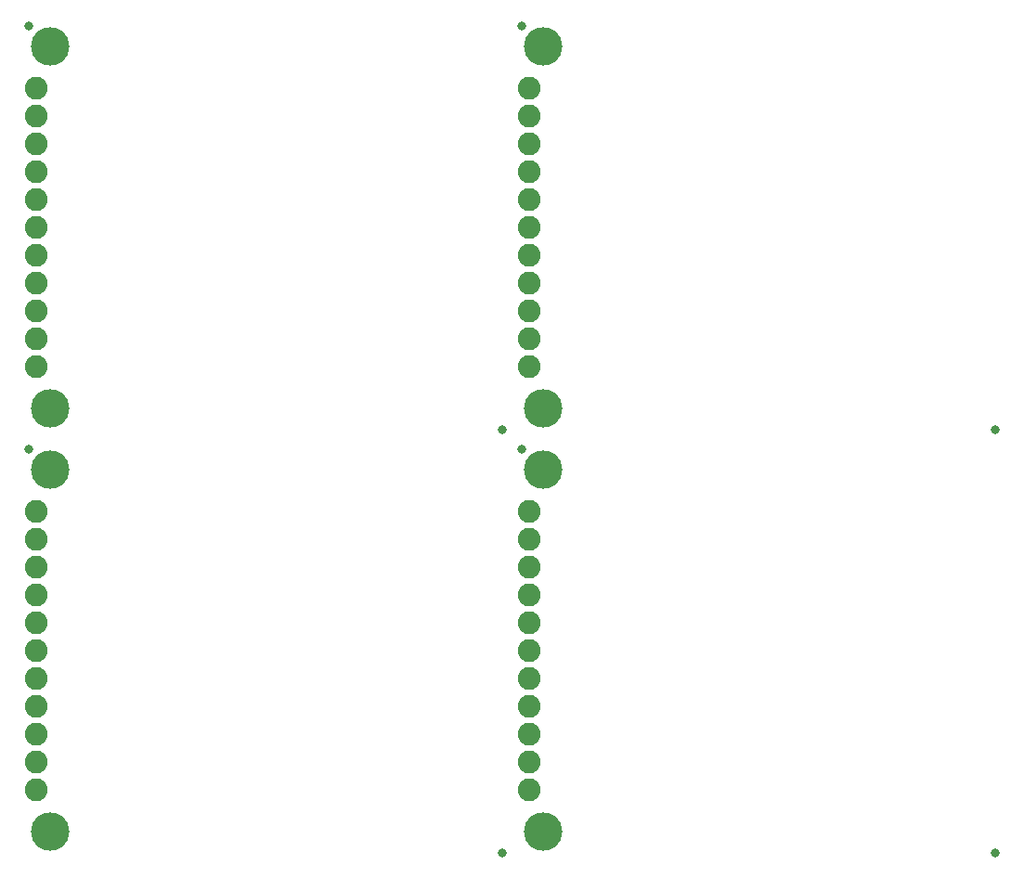
<source format=gbs>
G75*
%MOIN*%
%OFA0B0*%
%FSLAX25Y25*%
%IPPOS*%
%LPD*%
%AMOC8*
5,1,8,0,0,1.08239X$1,22.5*
%
%ADD10C,0.03300*%
%ADD11C,0.13800*%
%ADD12C,0.08200*%
D10*
X0205842Y0031250D03*
X0382842Y0031250D03*
X0212842Y0176250D03*
X0205842Y0183250D03*
X0035842Y0176250D03*
X0035842Y0328250D03*
X0212842Y0328250D03*
X0382842Y0183250D03*
D11*
X0043342Y0038750D03*
X0043342Y0168750D03*
X0043342Y0190750D03*
X0043342Y0320750D03*
X0220342Y0320750D03*
X0220342Y0190750D03*
X0220342Y0168750D03*
X0220342Y0038750D03*
D12*
X0215342Y0053750D03*
X0215342Y0063750D03*
X0215342Y0073750D03*
X0215342Y0083750D03*
X0215342Y0093750D03*
X0215342Y0103750D03*
X0215342Y0113750D03*
X0215342Y0123750D03*
X0215342Y0133750D03*
X0215342Y0143750D03*
X0215342Y0153750D03*
X0215342Y0205750D03*
X0215342Y0215750D03*
X0215342Y0225750D03*
X0215342Y0235750D03*
X0215342Y0245750D03*
X0215342Y0255750D03*
X0215342Y0265750D03*
X0215342Y0275750D03*
X0215342Y0285750D03*
X0215342Y0295750D03*
X0215342Y0305750D03*
X0038342Y0305750D03*
X0038342Y0295750D03*
X0038342Y0285750D03*
X0038342Y0275750D03*
X0038342Y0265750D03*
X0038342Y0255750D03*
X0038342Y0245750D03*
X0038342Y0235750D03*
X0038342Y0225750D03*
X0038342Y0215750D03*
X0038342Y0205750D03*
X0038342Y0153750D03*
X0038342Y0143750D03*
X0038342Y0133750D03*
X0038342Y0123750D03*
X0038342Y0113750D03*
X0038342Y0103750D03*
X0038342Y0093750D03*
X0038342Y0083750D03*
X0038342Y0073750D03*
X0038342Y0063750D03*
X0038342Y0053750D03*
M02*

</source>
